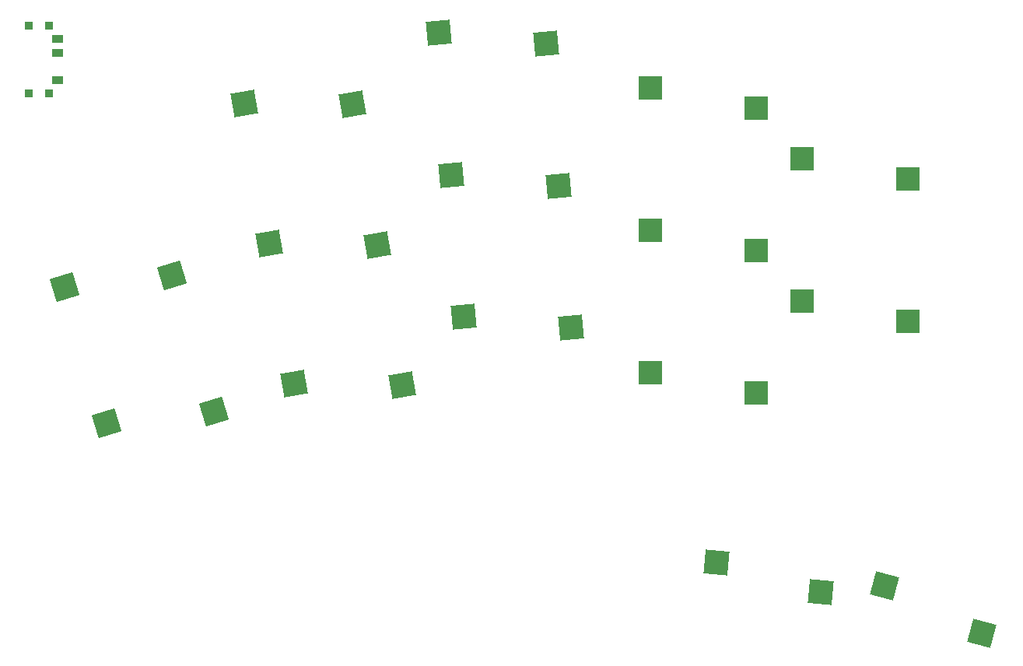
<source format=gbr>
%TF.GenerationSoftware,KiCad,Pcbnew,(6.0.4-0)*%
%TF.CreationDate,2022-07-05T10:49:51+02:00*%
%TF.ProjectId,battoota_min,62617474-6f6f-4746-915f-6d696e2e6b69,v1.0.0*%
%TF.SameCoordinates,Original*%
%TF.FileFunction,Paste,Bot*%
%TF.FilePolarity,Positive*%
%FSLAX46Y46*%
G04 Gerber Fmt 4.6, Leading zero omitted, Abs format (unit mm)*
G04 Created by KiCad (PCBNEW (6.0.4-0)) date 2022-07-05 10:49:51*
%MOMM*%
%LPD*%
G01*
G04 APERTURE LIST*
G04 Aperture macros list*
%AMRotRect*
0 Rectangle, with rotation*
0 The origin of the aperture is its center*
0 $1 length*
0 $2 width*
0 $3 Rotation angle, in degrees counterclockwise*
0 Add horizontal line*
21,1,$1,$2,0,0,$3*%
G04 Aperture macros list end*
%ADD10RotRect,2.600000X2.600000X345.000000*%
%ADD11R,0.900000X0.900000*%
%ADD12R,1.250000X0.900000*%
%ADD13RotRect,2.600000X2.600000X10.000000*%
%ADD14RotRect,2.600000X2.600000X355.000000*%
%ADD15RotRect,2.600000X2.600000X17.000000*%
%ADD16RotRect,2.600000X2.600000X5.000000*%
%ADD17R,2.600000X2.600000*%
G04 APERTURE END LIST*
D10*
%TO.C,S15*%
X287081487Y-121374279D03*
X297668529Y-126488677D03*
%TD*%
D11*
%TO.C,T2*%
X193921762Y-60365501D03*
X193921762Y-67765501D03*
X196121762Y-60365501D03*
X196121762Y-67765501D03*
D12*
X197096762Y-66315501D03*
X197096762Y-63315501D03*
X197096762Y-61815501D03*
%TD*%
D13*
%TO.C,S3*%
X222812419Y-99329222D03*
X234568976Y-99490163D03*
%TD*%
D14*
%TO.C,S14*%
X268787013Y-118777270D03*
X280101320Y-121975549D03*
%TD*%
D15*
%TO.C,S1*%
X202404681Y-103607376D03*
X214093220Y-102334354D03*
%TD*%
D16*
%TO.C,S6*%
X241292946Y-92032139D03*
X252990738Y-93217119D03*
%TD*%
D13*
%TO.C,S5*%
X217429326Y-68800182D03*
X229185883Y-68961123D03*
%TD*%
D17*
%TO.C,S13*%
X278086999Y-74882000D03*
X289637000Y-77082001D03*
%TD*%
%TO.C,S11*%
X261586999Y-67132000D03*
X273137000Y-69332001D03*
%TD*%
%TO.C,S12*%
X278086999Y-90382000D03*
X289637000Y-92582001D03*
%TD*%
D16*
%TO.C,S8*%
X238591117Y-61150103D03*
X250288909Y-62335083D03*
%TD*%
D17*
%TO.C,S9*%
X261586999Y-98132000D03*
X273137000Y-100332001D03*
%TD*%
%TO.C,S10*%
X261586999Y-82632000D03*
X273137000Y-84832001D03*
%TD*%
D15*
%TO.C,S2*%
X197872920Y-88784652D03*
X209561459Y-87511630D03*
%TD*%
D13*
%TO.C,S4*%
X220120872Y-84064702D03*
X231877429Y-84225643D03*
%TD*%
D16*
%TO.C,S7*%
X239942032Y-76591121D03*
X251639824Y-77776101D03*
%TD*%
M02*

</source>
